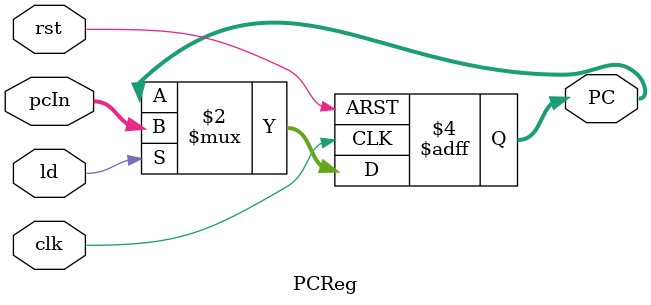
<source format=v>
module PCReg(input clk,rst, ld, input [31:0] pcIn, output reg[31:0] PC);
	always @(posedge clk , posedge rst) begin
		if (rst) begin
			PC <= 32'b0;
		end
		else if (ld) begin
			PC <= pcIn;
		end
	end

endmodule

</source>
